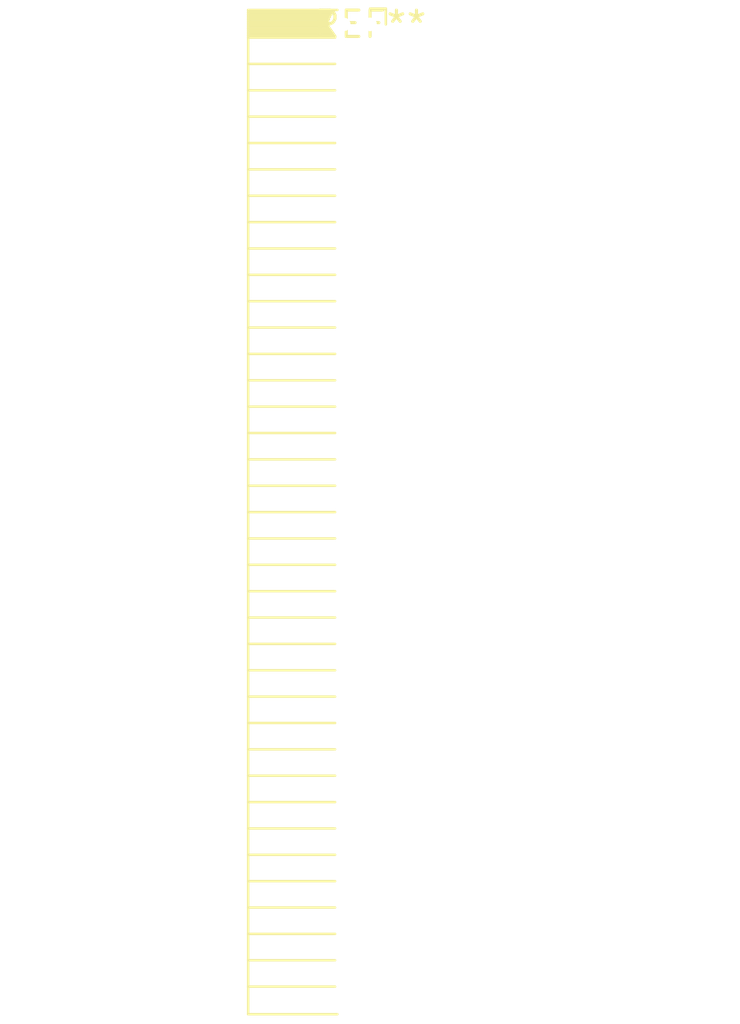
<source format=kicad_pcb>
(kicad_pcb (version 20240108) (generator pcbnew)
  (layers (0 "F.Cu" signal) (31 "B.Cu" signal) (34 "B.Paste" user) (35 "F.Paste" user) (36 "B.SilkS" user "B.Silkscreen") (37 "F.SilkS" user "F.Silkscreen") (38 "B.Mask" user) (39 "F.Mask" user) (44 "Edge.Cuts" user))
  (net 0 "")
  (footprint "PinSocket_2x38_P1.27mm_Horizontal" (layer "F.Cu") (at 0 0)
    (property "Reference" "REF**")
    (property "Value" "PinSocket_2x38_P1.27mm_Horizontal")
    (fp_line (start -5.88 -0.695) (end -5.88 47.685) (layer "F.SilkS") (stroke (width 0.12)))
    (fp_line (start -5.88 -0.695) (end -1.57753 -0.695) (layer "F.SilkS") (stroke (width 0.12)))
    (fp_line (start -5.88 -0.575) (end -1.766966 -0.575) (layer "F.SilkS") (stroke (width 0.12)))
    (fp_line (start -5.88 -0.465) (end -1.871145 -0.465) (layer "F.SilkS") (stroke (width 0.12)))
    (fp_line (start -5.88 -0.355) (end -1.941993 -0.355) (layer "F.SilkS") (stroke (width 0.12)))
    (fp_line (start -5.88 -0.245) (end -1.989427 -0.245) (layer "F.SilkS") (stroke (width 0.12)))
    (fp_line (start -5.88 -0.135) (end -2.017914 -0.135) (layer "F.SilkS") (stroke (width 0.12)))
    (fp_line (start -5.88 -0.025) (end -2.029589 -0.025) (layer "F.SilkS") (stroke (width 0.12)))
    (fp_line (start -5.88 0.085) (end -2.025232 0.085) (layer "F.SilkS") (stroke (width 0.12)))
    (fp_line (start -5.88 0.195) (end -2.004558 0.195) (layer "F.SilkS") (stroke (width 0.12)))
    (fp_line (start -5.88 0.305) (end -1.966114 0.305) (layer "F.SilkS") (stroke (width 0.12)))
    (fp_line (start -5.88 0.415) (end -1.906691 0.415) (layer "F.SilkS") (stroke (width 0.12)))
    (fp_line (start -5.88 0.525) (end -1.819523 0.525) (layer "F.SilkS") (stroke (width 0.12)))
    (fp_line (start -5.88 0.635) (end -1.687582 0.635) (layer "F.SilkS") (stroke (width 0.12)))
    (fp_line (start -5.88 1.905) (end -1.687582 1.905) (layer "F.SilkS") (stroke (width 0.12)))
    (fp_line (start -5.88 3.175) (end -1.687582 3.175) (layer "F.SilkS") (stroke (width 0.12)))
    (fp_line (start -5.88 4.445) (end -1.687582 4.445) (layer "F.SilkS") (stroke (width 0.12)))
    (fp_line (start -5.88 5.715) (end -1.687582 5.715) (layer "F.SilkS") (stroke (width 0.12)))
    (fp_line (start -5.88 6.985) (end -1.687582 6.985) (layer "F.SilkS") (stroke (width 0.12)))
    (fp_line (start -5.88 8.255) (end -1.687582 8.255) (layer "F.SilkS") (stroke (width 0.12)))
    (fp_line (start -5.88 9.525) (end -1.687582 9.525) (layer "F.SilkS") (stroke (width 0.12)))
    (fp_line (start -5.88 10.795) (end -1.687582 10.795) (layer "F.SilkS") (stroke (width 0.12)))
    (fp_line (start -5.88 12.065) (end -1.687582 12.065) (layer "F.SilkS") (stroke (width 0.12)))
    (fp_line (start -5.88 13.335) (end -1.687582 13.335) (layer "F.SilkS") (stroke (width 0.12)))
    (fp_line (start -5.88 14.605) (end -1.687582 14.605) (layer "F.SilkS") (stroke (width 0.12)))
    (fp_line (start -5.88 15.875) (end -1.687582 15.875) (layer "F.SilkS") (stroke (width 0.12)))
    (fp_line (start -5.88 17.145) (end -1.687582 17.145) (layer "F.SilkS") (stroke (width 0.12)))
    (fp_line (start -5.88 18.415) (end -1.687582 18.415) (layer "F.SilkS") (stroke (width 0.12)))
    (fp_line (start -5.88 19.685) (end -1.687582 19.685) (layer "F.SilkS") (stroke (width 0.12)))
    (fp_line (start -5.88 20.955) (end -1.687582 20.955) (layer "F.SilkS") (stroke (width 0.12)))
    (fp_line (start -5.88 22.225) (end -1.687582 22.225) (layer "F.SilkS") (stroke (width 0.12)))
    (fp_line (start -5.88 23.495) (end -1.687582 23.495) (layer "F.SilkS") (stroke (width 0.12)))
    (fp_line (start -5.88 24.765) (end -1.687582 24.765) (layer "F.SilkS") (stroke (width 0.12)))
    (fp_line (start -5.88 26.035) (end -1.687582 26.035) (layer "F.SilkS") (stroke (width 0.12)))
    (fp_line (start -5.88 27.305) (end -1.687582 27.305) (layer "F.SilkS") (stroke (width 0.12)))
    (fp_line (start -5.88 28.575) (end -1.687582 28.575) (layer "F.SilkS") (stroke (width 0.12)))
    (fp_line (start -5.88 29.845) (end -1.687582 29.845) (layer "F.SilkS") (stroke (width 0.12)))
    (fp_line (start -5.88 31.115) (end -1.687582 31.115) (layer "F.SilkS") (stroke (width 0.12)))
    (fp_line (start -5.88 32.385) (end -1.687582 32.385) (layer "F.SilkS") (stroke (width 0.12)))
    (fp_line (start -5.88 33.655) (end -1.687582 33.655) (layer "F.SilkS") (stroke (width 0.12)))
    (fp_line (start -5.88 34.925) (end -1.687582 34.925) (layer "F.SilkS") (stroke (width 0.12)))
    (fp_line (start -5.88 36.195) (end -1.687582 36.195) (layer "F.SilkS") (stroke (width 0.12)))
    (fp_line (start -5.88 37.465) (end -1.687582 37.465) (layer "F.SilkS") (stroke (width 0.12)))
    (fp_line (start -5.88 38.735) (end -1.687582 38.735) (layer "F.SilkS") (stroke (width 0.12)))
    (fp_line (start -5.88 40.005) (end -1.687582 40.005) (layer "F.SilkS") (stroke (width 0.12)))
    (fp_line (start -5.88 41.275) (end -1.687582 41.275) (layer "F.SilkS") (stroke (width 0.12)))
    (fp_line (start -5.88 42.545) (end -1.687582 42.545) (layer "F.SilkS") (stroke (width 0.12)))
    (fp_line (start -5.88 43.815) (end -1.687582 43.815) (layer "F.SilkS") (stroke (width 0.12)))
    (fp_line (start -5.88 45.085) (end -1.687582 45.085) (layer "F.SilkS") (stroke (width 0.12)))
    (fp_line (start -5.88 46.355) (end -1.687582 46.355) (layer "F.SilkS") (stroke (width 0.12)))
    (fp_line (start -5.88 47.685) (end -1.57753 47.685) (layer "F.SilkS") (stroke (width 0.12)))
    (fp_line (start 0 -0.76) (end 0.76 -0.76) (layer "F.SilkS") (stroke (width 0.12)))
    (fp_line (start 0.76 -0.76) (end 0.76 0) (layer "F.SilkS") (stroke (width 0.12)))
    (pad "1" thru_hole rect (at 0 0) (size 1 1) (drill 0.65) (layers *.Cu *.Mask) (remove_unused_layers))
    (pad "2" thru_hole oval (at -1.27 0) (size 1 1) (drill 0.65) (layers *.Cu *.Mask) (remove_unused_layers))
    (pad "3" thru_hole oval (at 0 1.27) (size 1 1) (drill 0.65) (layers *.Cu *.Mask) (remove_unused_layers))
    (pad "4" thru_hole oval (at -1.27 1.27) (size 1 1) (drill 0.65) (layers *.Cu *.Mask) (remove_unused_layers))
    (pad "5" thru_hole oval (at 0 2.54) (size 1 1) (drill 0.65) (layers *.Cu *.Mask) (remove_unused_layers))
    (pad "6" thru_hole oval (at -1.27 2.54) (size 1 1) (drill 0.65) (layers *.Cu *.Mask) (remove_unused_layers))
    (pad "7" thru_hole oval (at 0 3.81) (size 1 1) (drill 0.65) (layers *.Cu *.Mask) (remove_unused_layers))
    (pad "8" thru_hole oval (at -1.27 3.81) (size 1 1) (drill 0.65) (layers *.Cu *.Mask) (remove_unused_layers))
    (pad "9" thru_hole oval (at 0 5.08) (size 1 1) (drill 0.65) (layers *.Cu *.Mask) (remove_unused_layers))
    (pad "10" thru_hole oval (at -1.27 5.08) (size 1 1) (drill 0.65) (layers *.Cu *.Mask) (remove_unused_layers))
    (pad "11" thru_hole oval (at 0 6.35) (size 1 1) (drill 0.65) (layers *.Cu *.Mask) (remove_unused_layers))
    (pad "12" thru_hole oval (at -1.27 6.35) (size 1 1) (drill 0.65) (layers *.Cu *.Mask) (remove_unused_layers))
    (pad "13" thru_hole oval (at 0 7.62) (size 1 1) (drill 0.65) (layers *.Cu *.Mask) (remove_unused_layers))
    (pad "14" thru_hole oval (at -1.27 7.62) (size 1 1) (drill 0.65) (layers *.Cu *.Mask) (remove_unused_layers))
    (pad "15" thru_hole oval (at 0 8.89) (size 1 1) (drill 0.65) (layers *.Cu *.Mask) (remove_unused_layers))
    (pad "16" thru_hole oval (at -1.27 8.89) (size 1 1) (drill 0.65) (layers *.Cu *.Mask) (remove_unused_layers))
    (pad "17" thru_hole oval (at 0 10.16) (size 1 1) (drill 0.65) (layers *.Cu *.Mask) (remove_unused_layers))
    (pad "18" thru_hole oval (at -1.27 10.16) (size 1 1) (drill 0.65) (layers *.Cu *.Mask) (remove_unused_layers))
    (pad "19" thru_hole oval (at 0 11.43) (size 1 1) (drill 0.65) (layers *.Cu *.Mask) (remove_unused_layers))
    (pad "20" thru_hole oval (at -1.27 11.43) (size 1 1) (drill 0.65) (layers *.Cu *.Mask) (remove_unused_layers))
    (pad "21" thru_hole oval (at 0 12.7) (size 1 1) (drill 0.65) (layers *.Cu *.Mask) (remove_unused_layers))
    (pad "22" thru_hole oval (at -1.27 12.7) (size 1 1) (drill 0.65) (layers *.Cu *.Mask) (remove_unused_layers))
    (pad "23" thru_hole oval (at 0 13.97) (size 1 1) (drill 0.65) (layers *.Cu *.Mask) (remove_unused_layers))
    (pad "24" thru_hole oval (at -1.27 13.97) (size 1 1) (drill 0.65) (layers *.Cu *.Mask) (remove_unused_layers))
    (pad "25" thru_hole oval (at 0 15.24) (size 1 1) (drill 0.65) (layers *.Cu *.Mask) (remove_unused_layers))
    (pad "26" thru_hole oval (at -1.27 15.24) (size 1 1) (drill 0.65) (layers *.Cu *.Mask) (remove_unused_layers))
    (pad "27" thru_hole oval (at 0 16.51) (size 1 1) (drill 0.65) (layers *.Cu *.Mask) (remove_unused_layers))
    (pad "28" thru_hole oval (at -1.27 16.51) (size 1 1) (drill 0.65) (layers *.Cu *.Mask) (remove_unused_layers))
    (pad "29" thru_hole oval (at 0 17.78) (size 1 1) (drill 0.65) (layers *.Cu *.Mask) (remove_unused_layers))
    (pad "30" thru_hole oval (at -1.27 17.78) (size 1 1) (drill 0.65) (layers *.Cu *.Mask) (remove_unused_layers))
    (pad "31" thru_hole oval (at 0 19.05) (size 1 1) (drill 0.65) (layers *.Cu *.Mask) (remove_unused_layers))
    (pad "32" thru_hole oval (at -1.27 19.05) (size 1 1) (drill 0.65) (layers *.Cu *.Mask) (remove_unused_layers))
    (pad "33" thru_hole oval (at 0 20.32) (size 1 1) (drill 0.65) (layers *.Cu *.Mask) (remove_unused_layers))
    (pad "34" thru_hole oval (at -1.27 20.32) (size 1 1) (drill 0.65) (layers *.Cu *.Mask) (remove_unused_layers))
    (pad "35" thru_hole oval (at 0 21.59) (size 1 1) (drill 0.65) (layers *.Cu *.Mask) (remove_unused_layers))
    (pad "36" thru_hole oval (at -1.27 21.59) (size 1 1) (drill 0.65) (layers *.Cu *.Mask) (remove_unused_layers))
    (pad "37" thru_hole oval (at 0 22.86) (size 1 1) (drill 0.65) (layers *.Cu *.Mask) (remove_unused_layers))
    (pad "38" thru_hole oval (at -1.27 22.86) (size 1 1) (drill 0.65) (layers *.Cu *.Mask) (remove_unused_layers))
    (pad "39" thru_hole oval (at 0 24.13) (size 1 1) (drill 0.65) (layers *.Cu *.Mask) (remove_unused_layers))
    (pad "40" thru_hole oval (at -1.27 24.13) (size 1 1) (drill 0.65) (layers *.Cu *.Mask) (remove_unused_layers))
    (pad "41" thru_hole oval (at 0 25.4) (size 1 1) (drill 0.65) (layers *.Cu *.Mask) (remove_unused_layers))
    (pad "42" thru_hole oval (at -1.27 25.4) (size 1 1) (drill 0.65) (layers *.Cu *.Mask) (remove_unused_layers))
    (pad "43" thru_hole oval (at 0 26.67) (size 1 1) (drill 0.65) (layers *.Cu *.Mask) (remove_unused_layers))
    (pad "44" thru_hole oval (at -1.27 26.67) (size 1 1) (drill 0.65) (layers *.Cu *.Mask) (remove_unused_layers))
    (pad "45" thru_hole oval (at 0 27.94) (size 1 1) (drill 0.65) (layers *.Cu *.Mask) (remove_unused_layers))
    (pad "46" thru_hole oval (at -1.27 27.94) (size 1 1) (drill 0.65) (layers *.Cu *.Mask) (remove_unused_layers))
    (pad "47" thru_hole oval (at 0 29.21) (size 1 1) (drill 0.65) (layers *.Cu *.Mask) (remove_unused_layers))
    (pad "48" thru_hole oval (at -1.27 29.21) (size 1 1) (drill 0.65) (layers *.Cu *.Mask) (remove_unused_layers))
    (pad "49" thru_hole oval (at 0 30.48) (size 1 1) (drill 0.65) (layers *.Cu *.Mask) (remove_unused_layers))
    (pad "50" thru_hole oval (at -1.27 30.48) (size 1 1) (drill 0.65) (layers *.Cu *.Mask) (remove_unused_layers))
    (pad "51" thru_hole oval (at 0 31.75) (size 1 1) (drill 0.65) (layers *.Cu *.Mask) (remove_unused_layers))
    (pad "52" thru_hole oval (at -1.27 31.75) (size 1 1) (drill 0.65) (layers *.Cu *.Mask) (remove_unused_layers))
    (pad "53" thru_hole oval (at 0 33.02) (size 1 1) (drill 0.65) (layers *.Cu *.Mask) (remove_unused_layers))
    (pad "54" thru_hole oval (at -1.27 33.02) (size 1 1) (drill 0.65) (layers *.Cu *.Mask) (remove_unused_layers))
    (pad "55" thru_hole oval (at 0 34.29) (size 1 1) (drill 0.65) (layers *.Cu *.Mask) (remove_unused_layers))
    (pad "56" thru_hole oval (at -1.27 34.29) (size 1 1) (drill 0.65) (layers *.Cu *.Mask) (remove_unused_layers))
    (pad "57" thru_hole oval (at 0 35.56) (size 1 1) (drill 0.65) (layers *.Cu *.Mask) (remove_unused_layers))
    (pad "58" thru_hole oval (at -1.27 35.56) (size 1 1) (drill 0.65) (layers *.Cu *.Mask) (remove_unused_layers))
    (pad "59" thru_hole oval (at 0 36.83) (size 1 1) (drill 0.65) (layers *.Cu *.Mask) (remove_unused_layers))
    (pad "60" thru_hole oval (at -1.27 36.83) (size 1 1) (drill 0.65) (layers *.Cu *.Mask) (remove_unused_layers))
    (pad "61" thru_hole oval (at 0 38.1) (size 1 1) (drill 0.65) (layers *.Cu *.Mask) (remove_unused_layers))
    (pad "62" thru_hole oval (at -1.27 38.1) (size 1 1) (drill 0.65) (layers *.Cu *.Mask) (remove_unused_layers))
    (pad "63" thru_hole oval (at 0 39.37) (size 1 1) (drill 0.65) (layers *.Cu *.Mask) (remove_unused_layers))
    (pad "64" thru_hole oval (at -1.27 39.37) (size 1 1) (drill 0.65) (layers *.Cu *.Mask) (remove_unused_layers))
    (pad "65" thru_hole oval (at 0 40.64) (size 1 1) (drill 0.65) (layers *.Cu *.Mask) (remove_unused_layers))
    (pad "66" thru_hole oval (at -1.27 40.64) (size 1 1) (drill 0.65) (layers *.Cu *.Mask) (remove_unused_layers))
    (pad "67" thru_hole oval (at 0 41.91) (size 1 1) (drill 0.65) (layers *.Cu *.Mask) (remove_unused_layers))
    (pad "68" thru_hole oval (at -1.27 41.91) (size 1 1) (drill 0.65) (layers *.Cu *.Mask) (remove_unused_layers))
    (pad "69" thru_hole oval (at 0 43.18) (size 1 1) (drill 0.65) (layers *.Cu *.Mask) (remove_unused_layers))
    (pad "70" thru_hole oval (at -1.27 43.18) (size 1 1) (drill 0.65) (layers *.Cu *.Mask) (remove_unused_layers))
    (pad "71" thru_hole oval (at 0 44.45) (size 1 1) (drill 0.65) (layers *.Cu *.Mask) (remove_unused_layers))
    (pad "72" thru_hole oval (at -1.27 44.45) (size 1 1) (drill 0.65) (layers *.Cu *.Mask) (remove_unused_layers))
    (pad "73" thru_hole oval (at 0 45.72) (size 1 1) (drill 0.65) (layers *.Cu *.Mask) (remove_unused_layers))
    (pad "74" thru_hole oval (at -1.27 45.72) (size 1 1) (drill 0.65) (layers *.Cu *.Mask) (remove_unused_layers))
    (pad "75" thru_hole oval (at 0 46.99) (size 1 1) (drill 0.65) (layers *.Cu *.Mask) (remove_unused_layers))
    (pad "76" thru_hole oval (at -1.27 46.99) (size 1 1) (drill 0.65) (layers *.Cu *.Mask) (remove_unused_layers))
  )
)
</source>
